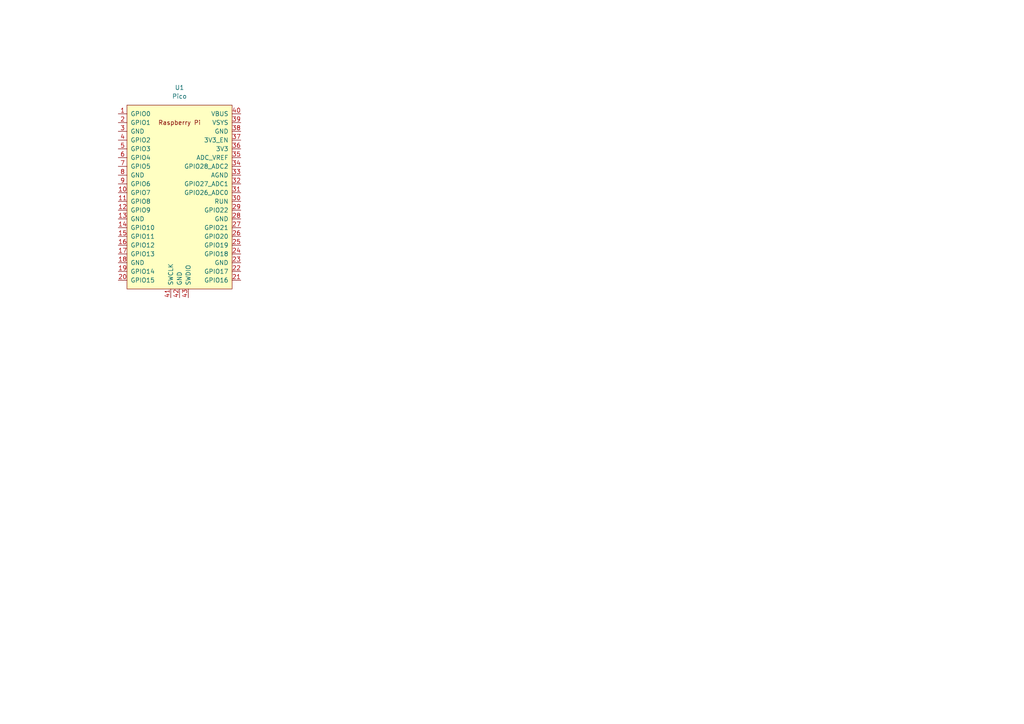
<source format=kicad_sch>
(kicad_sch (version 20230121) (generator eeschema)
  (paper "A4")
  (lib_symbols
    (symbol "MCU_RaspberryPi_and_Boards:Pico" (pin_names (offset 1.016))
      (property "Reference" "U" (at -13.97 27.94 0))
      (property "Value" "Pico" (at 0 19.05 0))
      (symbol "Pico_0_0"
        (text "Raspberry Pi" (at 0 21.59 0) (effects (font (size 1.27 1.27))))
      )
      (symbol "Pico_0_1"
        (rectangle (start -15.24 26.67) (end 15.24 -26.67) (fill (type background)))
      )
      (symbol "Pico_1_1"
        (pin bidirectional line (at -17.78 24.13 0) (length 2.54) (name "GPIO0") (number "1"))
        (pin bidirectional line (at -17.78 1.27 0) (length 2.54) (name "GPIO7") (number "10"))
        (pin bidirectional line (at -17.78 -1.27 0) (length 2.54) (name "GPIO8") (number "11"))
        (pin bidirectional line (at -17.78 -3.81 0) (length 2.54) (name "GPIO9") (number "12"))
        (pin power_in line (at -17.78 -6.35 0) (length 2.54) (name "GND") (number "13"))
        (pin bidirectional line (at -17.78 -8.89 0) (length 2.54) (name "GPIO10") (number "14"))
        (pin bidirectional line (at -17.78 -11.43 0) (length 2.54) (name "GPIO11") (number "15"))
        (pin bidirectional line (at -17.78 -13.97 0) (length 2.54) (name "GPIO12") (number "16"))
        (pin bidirectional line (at -17.78 -16.51 0) (length 2.54) (name "GPIO13") (number "17"))
        (pin power_in line (at -17.78 -19.05 0) (length 2.54) (name "GND") (number "18"))
        (pin bidirectional line (at -17.78 -21.59 0) (length 2.54) (name "GPIO14") (number "19"))
        (pin bidirectional line (at -17.78 21.59 0) (length 2.54) (name "GPIO1") (number "2"))
        (pin bidirectional line (at -17.78 -24.13 0) (length 2.54) (name "GPIO15") (number "20"))
        (pin bidirectional line (at 17.78 -24.13 180) (length 2.54) (name "GPIO16") (number "21"))
        (pin bidirectional line (at 17.78 -21.59 180) (length 2.54) (name "GPIO17") (number "22"))
        (pin power_in line (at 17.78 -19.05 180) (length 2.54) (name "GND") (number "23"))
        (pin bidirectional line (at 17.78 -16.51 180) (length 2.54) (name "GPIO18") (number "24"))
        (pin bidirectional line (at 17.78 -13.97 180) (length 2.54) (name "GPIO19") (number "25"))
        (pin bidirectional line (at 17.78 -11.43 180) (length 2.54) (name "GPIO20") (number "26"))
        (pin bidirectional line (at 17.78 -8.89 180) (length 2.54) (name "GPIO21") (number "27"))
        (pin power_in line (at 17.78 -6.35 180) (length 2.54) (name "GND") (number "28"))
        (pin bidirectional line (at 17.78 -3.81 180) (length 2.54) (name "GPIO22") (number "29"))
        (pin power_in line (at -17.78 19.05 0) (length 2.54) (name "GND") (number "3"))
        (pin input line (at 17.78 -1.27 180) (length 2.54) (name "RUN") (number "30"))
        (pin bidirectional line (at 17.78 1.27 180) (length 2.54) (name "GPIO26_ADC0") (number "31"))
        (pin bidirectional line (at 17.78 3.81 180) (length 2.54) (name "GPIO27_ADC1") (number "32"))
        (pin power_in line (at 17.78 6.35 180) (length 2.54) (name "AGND") (number "33"))
        (pin bidirectional line (at 17.78 8.89 180) (length 2.54) (name "GPIO28_ADC2") (number "34"))
        (pin unspecified line (at 17.78 11.43 180) (length 2.54) (name "ADC_VREF") (number "35"))
        (pin unspecified line (at 17.78 13.97 180) (length 2.54) (name "3V3") (number "36"))
        (pin input line (at 17.78 16.51 180) (length 2.54) (name "3V3_EN") (number "37"))
        (pin bidirectional line (at 17.78 19.05 180) (length 2.54) (name "GND") (number "38"))
        (pin unspecified line (at 17.78 21.59 180) (length 2.54) (name "VSYS") (number "39"))
        (pin bidirectional line (at -17.78 16.51 0) (length 2.54) (name "GPIO2") (number "4"))
        (pin unspecified line (at 17.78 24.13 180) (length 2.54) (name "VBUS") (number "40"))
        (pin input line (at -2.54 -29.21 90) (length 2.54) (name "SWCLK") (number "41"))
        (pin power_in line (at 0 -29.21 90) (length 2.54) (name "GND") (number "42"))
        (pin bidirectional line (at 2.54 -29.21 90) (length 2.54) (name "SWDIO") (number "43"))
        (pin bidirectional line (at -17.78 13.97 0) (length 2.54) (name "GPIO3") (number "5"))
        (pin bidirectional line (at -17.78 11.43 0) (length 2.54) (name "GPIO4") (number "6"))
        (pin bidirectional line (at -17.78 8.89 0) (length 2.54) (name "GPIO5") (number "7"))
        (pin power_in line (at -17.78 6.35 0) (length 2.54) (name "GND") (number "8"))
        (pin bidirectional line (at -17.78 3.81 0) (length 2.54) (name "GPIO6") (number "9"))
      )
    )
  )
  (symbol (lib_id "MCU_RaspberryPi_and_Boards:Pico") (at 52.07 57.15 0) (unit 1)
    (property "Reference" "U1" (at 52.07 25.4 0))
    (property "Value" "Pico" (at 52.07 27.94 0))
    (property "Footprint" "RPi_Pico:RPi_Pico_SMD_TH" (effects hide))
  )
)
</source>
